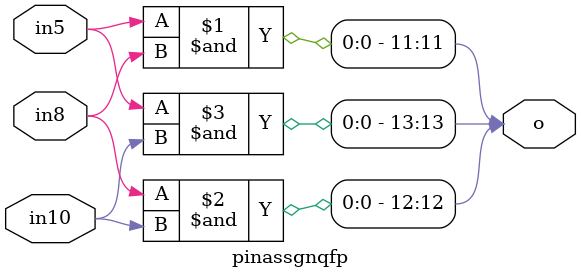
<source format=v>
/**************************************
 * Verilog source constraint example
 *    Pin Assignment for PLCC/QFP Pkg.
 *         2/01/2001
 * Lattice Semiconductor Corporation 
 **************************************

 Target device = LC4256ZE-5TN100C
 For BGA type syntax, see pinassgnBGA.syn*/

module pinassgnqfp(in5,in8,in10,o);

// The syntax of Verilog Synplicity pin assignment
// The following syntax must be included in each pin declaration line BEFORE the semicomlon. 
// synthesis loc="P[Pin#]"

input	in5 		/*synthesis loc="P5"*/;
input	in8 		/*synthesis loc="P8"*/;
input	in10 		/*synthesis loc="P10"*/;
output	[11:13] o 	/*synthesis loc="P11P22P55"*/;

assign o[11] =  in5 & in8;
assign o[12] =  in8 & in10;
assign o[13] =  in5 & in10;

endmodule


</source>
